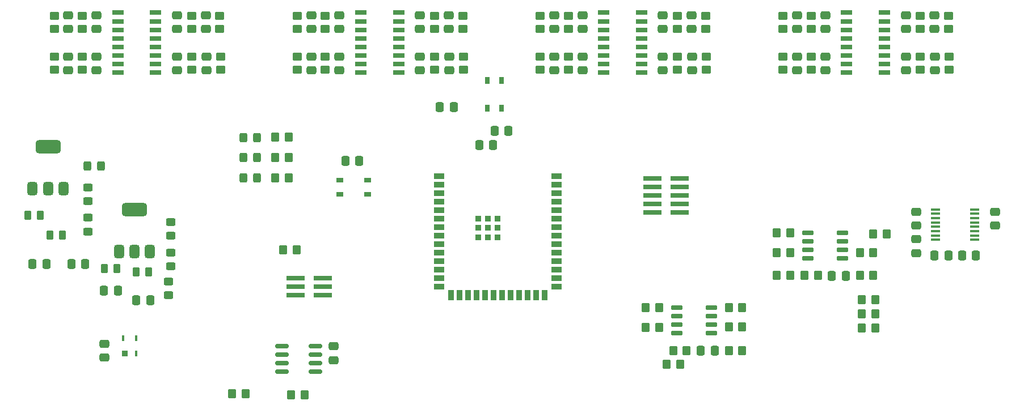
<source format=gtp>
G04 #@! TF.GenerationSoftware,KiCad,Pcbnew,8.0.8*
G04 #@! TF.CreationDate,2025-02-08T12:50:56+01:00*
G04 #@! TF.ProjectId,Overlord,4f766572-6c6f-4726-942e-6b696361645f,rev?*
G04 #@! TF.SameCoordinates,Original*
G04 #@! TF.FileFunction,Paste,Top*
G04 #@! TF.FilePolarity,Positive*
%FSLAX46Y46*%
G04 Gerber Fmt 4.6, Leading zero omitted, Abs format (unit mm)*
G04 Created by KiCad (PCBNEW 8.0.8) date 2025-02-08 12:50:56*
%MOMM*%
%LPD*%
G01*
G04 APERTURE LIST*
G04 Aperture macros list*
%AMRoundRect*
0 Rectangle with rounded corners*
0 $1 Rounding radius*
0 $2 $3 $4 $5 $6 $7 $8 $9 X,Y pos of 4 corners*
0 Add a 4 corners polygon primitive as box body*
4,1,4,$2,$3,$4,$5,$6,$7,$8,$9,$2,$3,0*
0 Add four circle primitives for the rounded corners*
1,1,$1+$1,$2,$3*
1,1,$1+$1,$4,$5*
1,1,$1+$1,$6,$7*
1,1,$1+$1,$8,$9*
0 Add four rect primitives between the rounded corners*
20,1,$1+$1,$2,$3,$4,$5,0*
20,1,$1+$1,$4,$5,$6,$7,0*
20,1,$1+$1,$6,$7,$8,$9,0*
20,1,$1+$1,$8,$9,$2,$3,0*%
G04 Aperture macros list end*
%ADD10RoundRect,0.250000X0.450000X-0.350000X0.450000X0.350000X-0.450000X0.350000X-0.450000X-0.350000X0*%
%ADD11RoundRect,0.250000X0.350000X0.450000X-0.350000X0.450000X-0.350000X-0.450000X0.350000X-0.450000X0*%
%ADD12RoundRect,0.250000X0.325000X0.450000X-0.325000X0.450000X-0.325000X-0.450000X0.325000X-0.450000X0*%
%ADD13RoundRect,0.250000X-0.475000X0.337500X-0.475000X-0.337500X0.475000X-0.337500X0.475000X0.337500X0*%
%ADD14RoundRect,0.250000X0.475000X-0.337500X0.475000X0.337500X-0.475000X0.337500X-0.475000X-0.337500X0*%
%ADD15RoundRect,0.250000X-0.350000X-0.450000X0.350000X-0.450000X0.350000X0.450000X-0.350000X0.450000X0*%
%ADD16RoundRect,0.250000X-0.450000X0.350000X-0.450000X-0.350000X0.450000X-0.350000X0.450000X0.350000X0*%
%ADD17RoundRect,0.250000X0.337500X0.475000X-0.337500X0.475000X-0.337500X-0.475000X0.337500X-0.475000X0*%
%ADD18RoundRect,0.250000X-0.337500X-0.475000X0.337500X-0.475000X0.337500X0.475000X-0.337500X0.475000X0*%
%ADD19RoundRect,0.250000X0.450000X-0.325000X0.450000X0.325000X-0.450000X0.325000X-0.450000X-0.325000X0*%
%ADD20R,1.750000X0.800000*%
%ADD21R,1.750000X0.700000*%
%ADD22R,2.790000X0.740000*%
%ADD23RoundRect,0.250000X-0.450000X0.325000X-0.450000X-0.325000X0.450000X-0.325000X0.450000X0.325000X0*%
%ADD24R,1.050000X0.650000*%
%ADD25RoundRect,0.375000X0.375000X-0.625000X0.375000X0.625000X-0.375000X0.625000X-0.375000X-0.625000X0*%
%ADD26RoundRect,0.500000X1.400000X-0.500000X1.400000X0.500000X-1.400000X0.500000X-1.400000X-0.500000X0*%
%ADD27R,1.500000X0.900000*%
%ADD28R,0.900000X1.500000*%
%ADD29R,0.900000X0.900000*%
%ADD30RoundRect,0.150000X-0.725000X-0.150000X0.725000X-0.150000X0.725000X0.150000X-0.725000X0.150000X0*%
%ADD31R,0.650000X1.050000*%
%ADD32R,1.475000X0.450000*%
%ADD33RoundRect,0.250000X0.262500X0.450000X-0.262500X0.450000X-0.262500X-0.450000X0.262500X-0.450000X0*%
%ADD34RoundRect,0.250000X-0.325000X-0.450000X0.325000X-0.450000X0.325000X0.450000X-0.325000X0.450000X0*%
%ADD35RoundRect,0.150000X0.825000X0.150000X-0.825000X0.150000X-0.825000X-0.150000X0.825000X-0.150000X0*%
%ADD36R,0.910000X0.910000*%
%ADD37R,0.460000X0.910000*%
G04 APERTURE END LIST*
D10*
X126047349Y-49875000D03*
X126047349Y-47875000D03*
X94089017Y-49875000D03*
X94089017Y-47875000D03*
D11*
X155550000Y-88450000D03*
X153550000Y-88450000D03*
D12*
X63274999Y-59960000D03*
X61225001Y-59960000D03*
D10*
X141805683Y-49875001D03*
X141805683Y-47875001D03*
D13*
X40510000Y-90812500D03*
X40510000Y-92887500D03*
D12*
X63274999Y-66040000D03*
X61225001Y-66040000D03*
D14*
X39330684Y-49942500D03*
X39330684Y-47867500D03*
X75589017Y-49942500D03*
X75589017Y-47867500D03*
D11*
X70400000Y-98400000D03*
X68400000Y-98400000D03*
D15*
X67200000Y-76800000D03*
X69200000Y-76800000D03*
D10*
X109747350Y-49875001D03*
X109747350Y-47875001D03*
D16*
X73489017Y-41775000D03*
X73489017Y-43775000D03*
D17*
X42537500Y-82900000D03*
X40462500Y-82900000D03*
D10*
X33030684Y-49875001D03*
X33030684Y-47875001D03*
D16*
X57730683Y-41775000D03*
X57730683Y-43775000D03*
D18*
X29762500Y-78900000D03*
X31837500Y-78900000D03*
D11*
X61600001Y-98250000D03*
X59600001Y-98250000D03*
D14*
X35130684Y-43782501D03*
X35130684Y-41707501D03*
X164405682Y-43782500D03*
X164405682Y-41707500D03*
X128247350Y-49942500D03*
X128247350Y-47867500D03*
D19*
X38100000Y-69524999D03*
X38100000Y-67475001D03*
D14*
X87589017Y-43782500D03*
X87589017Y-41707500D03*
D15*
X65995000Y-59915000D03*
X67995000Y-59915000D03*
D20*
X48155683Y-50295000D03*
D21*
X48155683Y-48975000D03*
X48155683Y-47705000D03*
X48155683Y-46435000D03*
X48155683Y-45165000D03*
X48155683Y-43895000D03*
X48155683Y-42625000D03*
D20*
X48155683Y-41305000D03*
X42505683Y-41305000D03*
D21*
X42505683Y-42625000D03*
X42505683Y-43895000D03*
X42505683Y-45165000D03*
X42505683Y-46435000D03*
X42505683Y-47705000D03*
X42505683Y-48975000D03*
D20*
X42505683Y-50295000D03*
D14*
X148105683Y-43782501D03*
X148105683Y-41707501D03*
D16*
X33030684Y-41775001D03*
X33030684Y-43775001D03*
D14*
X123847349Y-43782500D03*
X123847349Y-41707500D03*
X107647350Y-49942501D03*
X107647350Y-47867501D03*
D10*
X146005682Y-49875001D03*
X146005682Y-47875001D03*
D14*
X91889017Y-43782500D03*
X91889017Y-41707500D03*
D13*
X161650000Y-71062500D03*
X161650000Y-73137500D03*
D15*
X140875000Y-74220000D03*
X142875000Y-74220000D03*
D13*
X173450000Y-71062500D03*
X173450000Y-73137500D03*
D10*
X105547350Y-49875001D03*
X105547350Y-47875001D03*
D18*
X149094166Y-80630000D03*
X151169166Y-80630000D03*
D14*
X107647350Y-43782501D03*
X107647350Y-41707501D03*
D16*
X130247349Y-41775000D03*
X130247349Y-43775000D03*
D11*
X135700000Y-91800000D03*
X133700000Y-91800000D03*
D18*
X96475000Y-61100000D03*
X98550000Y-61100000D03*
D17*
X47337500Y-84300000D03*
X45262500Y-84300000D03*
D14*
X75589017Y-43782500D03*
X75589017Y-41707500D03*
D22*
X69030000Y-81000000D03*
X73100000Y-81000000D03*
X69030000Y-82270000D03*
X73100000Y-82270000D03*
X69030000Y-83540000D03*
X73100000Y-83540000D03*
D20*
X120672349Y-50295000D03*
D21*
X120672349Y-48975000D03*
X120672349Y-47705000D03*
X120672349Y-46435000D03*
X120672349Y-45165000D03*
X120672349Y-43895000D03*
X120672349Y-42625000D03*
D20*
X120672349Y-41305000D03*
X115022349Y-41305000D03*
D21*
X115022349Y-42625000D03*
X115022349Y-43895000D03*
X115022349Y-45165000D03*
X115022349Y-46435000D03*
X115022349Y-47705000D03*
X115022349Y-48975000D03*
D20*
X115022349Y-50295000D03*
D11*
X135700000Y-88300000D03*
X133700000Y-88300000D03*
D10*
X37230684Y-49875001D03*
X37230684Y-47875001D03*
D16*
X93989017Y-41775000D03*
X93989017Y-43775000D03*
D17*
X170587500Y-77650000D03*
X168512500Y-77650000D03*
D14*
X160105682Y-49942500D03*
X160105682Y-47867500D03*
X35130684Y-49942501D03*
X35130684Y-47867501D03*
D20*
X156930683Y-50295000D03*
D21*
X156930683Y-48975000D03*
X156930683Y-47705000D03*
X156930683Y-46435000D03*
X156930683Y-45165000D03*
X156930683Y-43895000D03*
X156930683Y-42625000D03*
D20*
X156930683Y-41305000D03*
X151280683Y-41305000D03*
D21*
X151280683Y-42625000D03*
X151280683Y-43895000D03*
X151280683Y-45165000D03*
X151280683Y-46435000D03*
X151280683Y-47705000D03*
X151280683Y-48975000D03*
D20*
X151280683Y-50295000D03*
D11*
X155275000Y-80600000D03*
X153275000Y-80600000D03*
D10*
X89789017Y-49875000D03*
X89789017Y-47875000D03*
X130347350Y-49875000D03*
X130347350Y-47875000D03*
D16*
X53530684Y-41775000D03*
X53530684Y-43775000D03*
X162305682Y-41775000D03*
X162305682Y-43775000D03*
D10*
X166605683Y-49875000D03*
X166605683Y-47875000D03*
D23*
X50400000Y-77147501D03*
X50400000Y-79197499D03*
D24*
X75625000Y-66325000D03*
X79775000Y-66325000D03*
X75625000Y-68475000D03*
X79775000Y-68475000D03*
D25*
X29800000Y-67650000D03*
X32100000Y-67650000D03*
D26*
X32100000Y-61350000D03*
D25*
X34400000Y-67650000D03*
D17*
X37637500Y-78900000D03*
X35562500Y-78900000D03*
D16*
X109747350Y-41775001D03*
X109747350Y-43775001D03*
D14*
X164505683Y-49942500D03*
X164505683Y-47867500D03*
D13*
X74700000Y-91162500D03*
X74700000Y-93237500D03*
D15*
X65995000Y-65995000D03*
X67995000Y-65995000D03*
D11*
X155275000Y-77200000D03*
X153275000Y-77200000D03*
D14*
X111847350Y-43782502D03*
X111847350Y-41707502D03*
D16*
X126047349Y-41775001D03*
X126047349Y-43775001D03*
D11*
X123300000Y-88400000D03*
X121300000Y-88400000D03*
X155550000Y-86350000D03*
X153550000Y-86350000D03*
D10*
X53530683Y-49875000D03*
X53530683Y-47875000D03*
D14*
X55730684Y-49942500D03*
X55730684Y-47867500D03*
X71389017Y-43782500D03*
X71389017Y-41707500D03*
D27*
X90500004Y-65749998D03*
X90500004Y-67019998D03*
X90500004Y-68289998D03*
X90500004Y-69559998D03*
X90500004Y-70829998D03*
X90500004Y-72099998D03*
X90500004Y-73369998D03*
X90500004Y-74639998D03*
X90500004Y-75909998D03*
X90500004Y-77179998D03*
X90500004Y-78449998D03*
X90500004Y-79719998D03*
X90500004Y-80989998D03*
X90500004Y-82259998D03*
D28*
X92265005Y-83509998D03*
X93535004Y-83509998D03*
X94805004Y-83509998D03*
X96075004Y-83509997D03*
X97345004Y-83509998D03*
X98615004Y-83509998D03*
X99885004Y-83509998D03*
X101155004Y-83509998D03*
X102425004Y-83509997D03*
X103695004Y-83509998D03*
X104965004Y-83509998D03*
X106235003Y-83509998D03*
D27*
X108000004Y-82259998D03*
X108000004Y-80989998D03*
X108000004Y-79719998D03*
X108000004Y-78449998D03*
X108000004Y-77179998D03*
X108000004Y-75909998D03*
X108000004Y-74639998D03*
X108000004Y-73369998D03*
X108000004Y-72099998D03*
X108000004Y-70829998D03*
X108000004Y-69559998D03*
X108000004Y-68289998D03*
X108000004Y-67019998D03*
X108000004Y-65749998D03*
D29*
X96350004Y-72069998D03*
X96350004Y-73469998D03*
X96350004Y-74869998D03*
X97750004Y-72069998D03*
X97750004Y-73469998D03*
X97750004Y-74869998D03*
X99150004Y-72069998D03*
X99150004Y-73469998D03*
X99150004Y-74869998D03*
D30*
X145525000Y-74195000D03*
X145525000Y-75465000D03*
X145525000Y-76735000D03*
X145525000Y-78005000D03*
X150675000Y-78005000D03*
X150675000Y-76735000D03*
X150675000Y-75465000D03*
X150675000Y-74195000D03*
D11*
X135700000Y-85420000D03*
X133700000Y-85420000D03*
D14*
X55630683Y-43782500D03*
X55630683Y-41707500D03*
D18*
X129519166Y-91800000D03*
X131594166Y-91800000D03*
D14*
X143905683Y-49942501D03*
X143905683Y-47867501D03*
D11*
X127413333Y-91800000D03*
X125413333Y-91800000D03*
D15*
X65995000Y-62955000D03*
X67995000Y-62955000D03*
D11*
X126450000Y-93900000D03*
X124450000Y-93900000D03*
D10*
X73489018Y-49875000D03*
X73489018Y-47875000D03*
D31*
X99800000Y-51450000D03*
X99800000Y-55600000D03*
X97650000Y-51450000D03*
X97650000Y-55600000D03*
D32*
X164512000Y-70725000D03*
X164512000Y-71375000D03*
X164512000Y-72025000D03*
X164512000Y-72675000D03*
X164512000Y-73325000D03*
X164512000Y-73975000D03*
X164512000Y-74625000D03*
X164512000Y-75275000D03*
X170388000Y-75275000D03*
X170388000Y-74625000D03*
X170388000Y-73975000D03*
X170388000Y-73325000D03*
X170388000Y-72675000D03*
X170388000Y-72025000D03*
X170388000Y-71375000D03*
X170388000Y-70725000D03*
D14*
X128147349Y-43782500D03*
X128147349Y-41707500D03*
D18*
X76462500Y-63500000D03*
X78537500Y-63500000D03*
D17*
X92637500Y-55400000D03*
X90562500Y-55400000D03*
D14*
X71389017Y-49942500D03*
X71389017Y-47867500D03*
X148105683Y-49942501D03*
X148105683Y-47867501D03*
X123847349Y-49942500D03*
X123847349Y-47867500D03*
X143905683Y-43782501D03*
X143905683Y-41707501D03*
D33*
X30912500Y-71600000D03*
X29087500Y-71600000D03*
D16*
X105547350Y-41775001D03*
X105547350Y-43775001D03*
D18*
X98762500Y-59000000D03*
X100837500Y-59000000D03*
D22*
X126335000Y-71190000D03*
X122265000Y-71190000D03*
X126335000Y-69920000D03*
X122265000Y-69920000D03*
X126335000Y-68650000D03*
X122265000Y-68650000D03*
X126335000Y-67380000D03*
X122265000Y-67380000D03*
X126335000Y-66110000D03*
X122265000Y-66110000D03*
D16*
X89789017Y-41775001D03*
X89789017Y-43775001D03*
D15*
X121300000Y-85420000D03*
X123300000Y-85420000D03*
D20*
X84414016Y-50295000D03*
D21*
X84414016Y-48975000D03*
X84414016Y-47705000D03*
X84414016Y-46435000D03*
X84414016Y-45165000D03*
X84414016Y-43895000D03*
X84414016Y-42625000D03*
D20*
X84414016Y-41305000D03*
X78764016Y-41305000D03*
D21*
X78764016Y-42625000D03*
X78764016Y-43895000D03*
X78764016Y-45165000D03*
X78764016Y-46435000D03*
X78764016Y-47705000D03*
X78764016Y-48975000D03*
D20*
X78764016Y-50295000D03*
D12*
X63274999Y-63000000D03*
X61225001Y-63000000D03*
D14*
X51330683Y-49942500D03*
X51330683Y-47867500D03*
X39330684Y-43782502D03*
X39330684Y-41707502D03*
D10*
X162305682Y-49875000D03*
X162305682Y-47875000D03*
D34*
X37975001Y-64200000D03*
X40024999Y-64200000D03*
D30*
X125925000Y-85395000D03*
X125925000Y-86665000D03*
X125925000Y-87935000D03*
X125925000Y-89205000D03*
X131075000Y-89205000D03*
X131075000Y-87935000D03*
X131075000Y-86665000D03*
X131075000Y-85395000D03*
D19*
X50400000Y-74624999D03*
X50400000Y-72575001D03*
D17*
X166487500Y-77650000D03*
X164412500Y-77650000D03*
D16*
X146005683Y-41775001D03*
X146005683Y-43775001D03*
D15*
X155250000Y-74400000D03*
X157250000Y-74400000D03*
D14*
X51330683Y-43782500D03*
X51330683Y-41707500D03*
D33*
X34212500Y-74600000D03*
X32387500Y-74600000D03*
D16*
X69289017Y-41775001D03*
X69289017Y-43775001D03*
D11*
X146988333Y-80600000D03*
X144988333Y-80600000D03*
X142875000Y-80600000D03*
X140875000Y-80600000D03*
D14*
X87589017Y-49942500D03*
X87589017Y-47867500D03*
D10*
X57830684Y-49875000D03*
X57830684Y-47875000D03*
D11*
X155550000Y-84250000D03*
X153550000Y-84250000D03*
D14*
X111847350Y-49942500D03*
X111847350Y-47867500D03*
D23*
X50050000Y-81475001D03*
X50050000Y-83524999D03*
D14*
X160105682Y-43782500D03*
X160105682Y-41707500D03*
D19*
X38100000Y-74024999D03*
X38100000Y-71975001D03*
D33*
X47112500Y-80100000D03*
X45287500Y-80100000D03*
D16*
X37230684Y-41775001D03*
X37230684Y-43775001D03*
D35*
X71975000Y-94975000D03*
X71975000Y-93705000D03*
X71975000Y-92435000D03*
X71975000Y-91165000D03*
X67025000Y-91165000D03*
X67025000Y-92435000D03*
X67025000Y-93705000D03*
X67025000Y-94975000D03*
D16*
X141805683Y-41775002D03*
X141805683Y-43775002D03*
X166505682Y-41775000D03*
X166505682Y-43775000D03*
D14*
X161650000Y-77237500D03*
X161650000Y-75162500D03*
D25*
X42700000Y-77049999D03*
X45000000Y-77049999D03*
D26*
X45000000Y-70749999D03*
D25*
X47300000Y-77049999D03*
D14*
X91989017Y-49942500D03*
X91989017Y-47867500D03*
D36*
X43540000Y-92250000D03*
D37*
X45260000Y-92250000D03*
X45260000Y-89950000D03*
X43340000Y-89950000D03*
D10*
X69289017Y-49875000D03*
X69289017Y-47875000D03*
D33*
X42362500Y-79600000D03*
X40537500Y-79600000D03*
D11*
X142875000Y-77200000D03*
X140875000Y-77200000D03*
M02*

</source>
